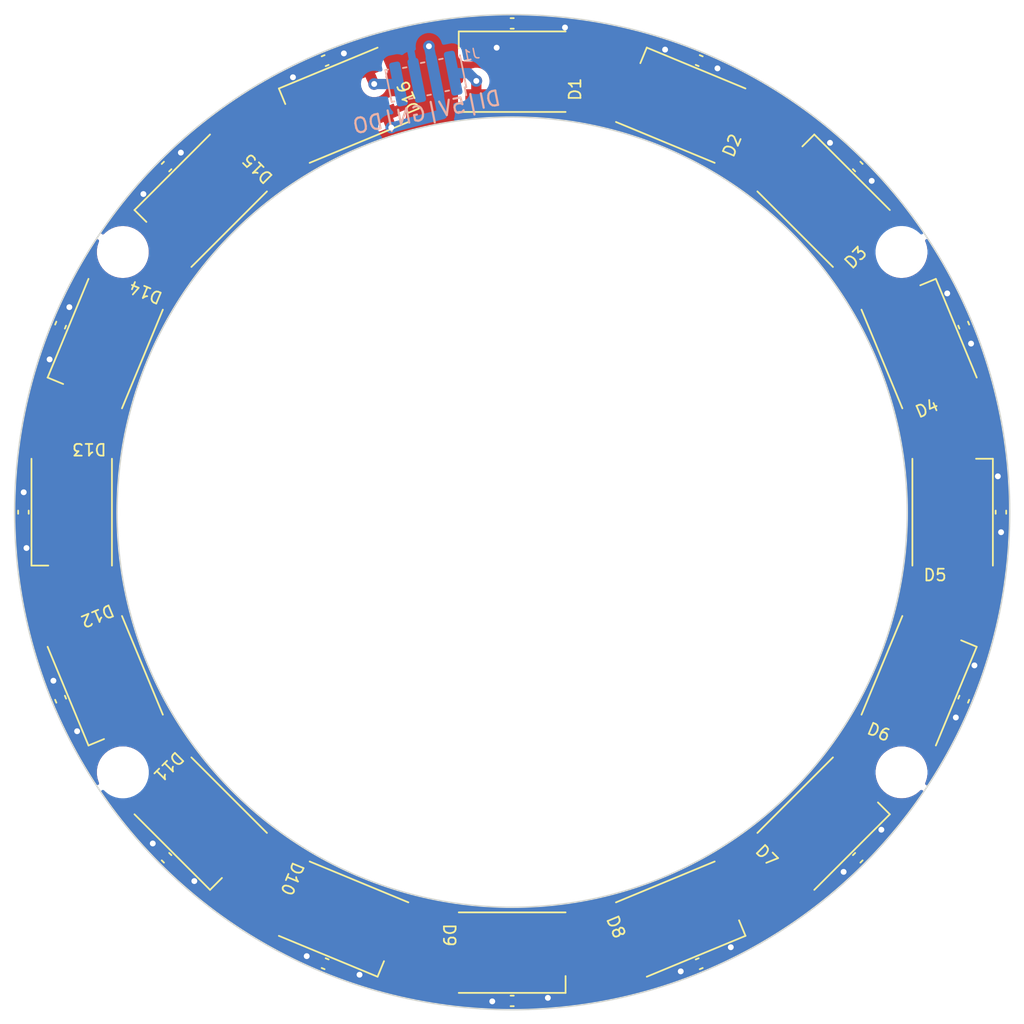
<source format=kicad_pcb>
(kicad_pcb (version 20221018) (generator pcbnew)
  (layers (0 "F.Cu" signal) (31 "B.Cu" signal) (34 "B.Paste" user) (35 "F.Paste" user) (36 "B.SilkS" user "B.Silkscreen") (37 "F.SilkS" user "F.Silkscreen") (38 "B.Mask" user) (39 "F.Mask" user) (44 "Edge.Cuts" user))
  (net 0 "")
  (net 1 "/VCC")
  (net 2 "Net-(D1-DOUT)")
  (net 3 "/GND")
  (net 4 "/DIN")
  (net 5 "Net-(D2-DOUT)")
  (net 6 "Net-(D3-DOUT)")
  (net 7 "Net-(D4-DOUT)")
  (net 8 "Net-(D5-DOUT)")
  (net 9 "Net-(D6-DOUT)")
  (net 10 "Net-(D7-DOUT)")
  (net 11 "Net-(D8-DOUT)")
  (net 12 "Net-(D10-DIN)")
  (net 13 "Net-(D10-DOUT)")
  (net 14 "Net-(D11-DOUT)")
  (net 15 "Net-(D12-DOUT)")
  (net 16 "Net-(D13-DOUT)")
  (net 17 "Net-(D14-DOUT)")
  (net 18 "Net-(D15-DOUT)")
  (net 19 "/DOUT")
  (footprint "LED_ring_16:LED_WS2812B_PLCC4_5.0x5.0mm_P3.2mm" (layer "F.Cu") (at 100 130.1)
    (fp_text reference "D9" (at -4.3 -1.2 -90 unlocked) (layer "F.SilkS") (effects (font (size 0.8 0.8) (thickness 0.12))))
    (fp_text value "WS2812B")
    (fp_line (start -3.65 -2.75) (end 3.65 -2.75) (stroke (width 0.12)) (layer "F.SilkS"))
    (fp_line (start -3.65 2.75) (end 3.65 2.75) (stroke (width 0.12)) (layer "F.SilkS"))
    (fp_line (start 3.65 2.75) (end 3.65 1.6) (stroke (width 0.12)) (layer "F.SilkS"))
    (pad "1" smd rect (at -2.45 -1.65) (size 1.5 0.9) (layers "F.Cu" "F.Paste" "F.Mask") (net 1 "/VCC"))
    (pad "2" smd rect (at -2.45 1.65) (size 1.5 0.9) (layers "F.Cu" "F.Paste" "F.Mask") (net 12 "Net-(D10-DIN)"))
    (pad "3" smd rect (at 2.45 1.65) (size 1.5 0.9) (layers "F.Cu" "F.Paste" "F.Mask") (net 3 "/GND"))
    (pad "4" smd rect (at 2.45 -1.65) (size 1.5 0.9) (layers "F.Cu" "F.Paste" "F.Mask") (net 11 "Net-(D8-DOUT)"))
  )
  (footprint "LED_ring_16:MountingHole_3mm" (layer "F.Cu") (at 73.392972 82.221752 56.25)
    (fp_text reference "H4" hide)
    (fp_text value "MountingHole")
    (pad "" np_thru_hole circle (at 0 0 56.25) (size 3.05 3.05) (drill 3.05) (layers "F&B.Cu" "*.Mask"))
  )
  (footprint "LED_ring_16:LED_WS2812B_PLCC4_5.0x5.0mm_P3.2mm" (layer "F.Cu") (at 121.283914 121.283914 45)
    (fp_text reference "D7" (at -4.3 -1.2 -45 unlocked) (layer "F.SilkS") (effects (font (size 0.8 0.8) (thickness 0.12))))
    (fp_text value "WS2812B")
    (fp_line (start -3.65 -2.75) (end 3.65 -2.75) (stroke (width 0.12)) (layer "F.SilkS"))
    (fp_line (start -3.65 2.75) (end 3.65 2.75) (stroke (width 0.12)) (layer "F.SilkS"))
    (fp_line (start 3.65 2.75) (end 3.65 1.6) (stroke (width 0.12)) (layer "F.SilkS"))
    (pad "1" smd rect (at -2.45 -1.65 45) (size 1.5 0.9) (layers "F.Cu" "F.Paste" "F.Mask") (net 1 "/VCC"))
    (pad "2" smd rect (at -2.45 1.65 45) (size 1.5 0.9) (layers "F.Cu" "F.Paste" "F.Mask") (net 10 "Net-(D7-DOUT)"))
    (pad "3" smd rect (at 2.45 1.65 45) (size 1.5 0.9) (layers "F.Cu" "F.Paste" "F.Mask") (net 3 "/GND"))
    (pad "4" smd rect (at 2.45 -1.65 45) (size 1.5 0.9) (layers "F.Cu" "F.Paste" "F.Mask") (net 9 "Net-(D6-DOUT)"))
  )
  (footprint "LED_ring_16:C_0402_1005Metric" (layer "F.Cu") (at 123.617366 123.617366 -135)
    (fp_text reference "C7" hide)
    (fp_text value "100nF")
    (fp_line (start -0.107836 -0.36) (end 0.107836 -0.36) (stroke (width 0.12)) (layer "F.SilkS"))
    (fp_line (start -0.107836 0.36) (end 0.107836 0.36) (stroke (width 0.12)) (layer "F.SilkS"))
    (pad "1" smd roundrect (at -0.48 0 225) (size 0.56 0.62) (layers "F.Cu" "F.Paste" "F.Mask") (net 1 "/VCC"))
    (pad "2" smd roundrect (at 0.48 0 225) (size 0.56 0.62) (layers "F.Cu" "F.Paste" "F.Mask") (net 3 "/GND"))
  )
  (footprint "LED_ring_16:LED_WS2812B_PLCC4_5.0x5.0mm_P3.2mm" (layer "F.Cu") (at 130.1 100 90)
    (fp_text reference "D5" (at -4.3 -1.2 unlocked) (layer "F.SilkS") (effects (font (size 0.8 0.8) (thickness 0.12))))
    (fp_text value "WS2812B")
    (fp_line (start -3.65 -2.75) (end 3.65 -2.75) (stroke (width 0.12)) (layer "F.SilkS"))
    (fp_line (start -3.65 2.75) (end 3.65 2.75) (stroke (width 0.12)) (layer "F.SilkS"))
    (fp_line (start 3.65 2.75) (end 3.65 1.6) (stroke (width 0.12)) (layer "F.SilkS"))
    (pad "1" smd rect (at -2.45 -1.65 90) (size 1.5 0.9) (layers "F.Cu" "F.Paste" "F.Mask") (net 1 "/VCC"))
    (pad "2" smd rect (at -2.45 1.65 90) (size 1.5 0.9) (layers "F.Cu" "F.Paste" "F.Mask") (net 8 "Net-(D5-DOUT)"))
    (pad "3" smd rect (at 2.45 1.65 90) (size 1.5 0.9) (layers "F.Cu" "F.Paste" "F.Mask") (net 3 "/GND"))
    (pad "4" smd rect (at 2.45 -1.65 90) (size 1.5 0.9) (layers "F.Cu" "F.Paste" "F.Mask") (net 7 "Net-(D4-DOUT)"))
  )
  (footprint "LED_ring_16:C_0402_1005Metric" (layer "F.Cu") (at 76.382633 123.617366 135)
    (fp_text reference "C11" hide)
    (fp_text value "100nF")
    (fp_line (start -0.107836 -0.36) (end 0.107836 -0.36) (stroke (width 0.12)) (layer "F.SilkS"))
    (fp_line (start -0.107836 0.36) (end 0.107836 0.36) (stroke (width 0.12)) (layer "F.SilkS"))
    (pad "1" smd roundrect (at -0.48 0 135) (size 0.56 0.62) (layers "F.Cu" "F.Paste" "F.Mask") (net 1 "/VCC"))
    (pad "2" smd roundrect (at 0.48 0 135) (size 0.56 0.62) (layers "F.Cu" "F.Paste" "F.Mask") (net 3 "/GND"))
  )
  (footprint "LED_ring_16:C_0402_1005Metric" (layer "F.Cu") (at 87.218373 69.142423 22.5)
    (fp_text reference "C16" hide)
    (fp_text value "100nF")
    (fp_line (start -0.107836 -0.36) (end 0.107836 -0.36) (stroke (width 0.12)) (layer "F.SilkS"))
    (fp_line (start -0.107836 0.36) (end 0.107836 0.36) (stroke (width 0.12)) (layer "F.SilkS"))
    (pad "1" smd roundrect (at -0.48 0 22.5) (size 0.56 0.62) (layers "F.Cu" "F.Paste" "F.Mask") (net 1 "/VCC"))
    (pad "2" smd roundrect (at 0.48 0 22.5) (size 0.56 0.62) (layers "F.Cu" "F.Paste" "F.Mask") (net 3 "/GND"))
  )
  (footprint "LED_ring_16:LED_WS2812B_PLCC4_5.0x5.0mm_P3.2mm" (layer "F.Cu") (at 111.518771 72.191226 157.5)
    (fp_text reference "D2" (at -4.3 -1.2 67.5 unlocked) (layer "F.SilkS") (effects (font (size 0.8 0.8) (thickness 0.12))))
    (fp_text value "WS2812B")
    (fp_line (start -3.65 -2.75) (end 3.65 -2.75) (stroke (width 0.12)) (layer "F.SilkS"))
    (fp_line (start -3.65 2.75) (end 3.65 2.75) (stroke (width 0.12)) (layer "F.SilkS"))
    (fp_line (start 3.65 2.75) (end 3.65 1.6) (stroke (width 0.12)) (layer "F.SilkS"))
    (pad "1" smd rect (at -2.45 -1.65 157.5) (size 1.5 0.9) (layers "F.Cu" "F.Paste" "F.Mask") (net 1 "/VCC"))
    (pad "2" smd rect (at -2.45 1.65 157.5) (size 1.5 0.9) (layers "F.Cu" "F.Paste" "F.Mask") (net 5 "Net-(D2-DOUT)"))
    (pad "3" smd rect (at 2.45 1.65 157.5) (size 1.5 0.9) (layers "F.Cu" "F.Paste" "F.Mask") (net 3 "/GND"))
    (pad "4" smd rect (at 2.45 -1.65 157.5) (size 1.5 0.9) (layers "F.Cu" "F.Paste" "F.Mask") (net 2 "Net-(D1-DOUT)"))
  )
  (footprint "LED_ring_16:LED_WS2812B_PLCC4_5.0x5.0mm_P3.2mm" (layer "F.Cu") (at 127.808773 88.481228 112.5)
    (fp_text reference "D4" (at -4.3 -1.2 22.5 unlocked) (layer "F.SilkS") (effects (font (size 0.8 0.8) (thickness 0.12))))
    (fp_text value "WS2812B")
    (fp_line (start -3.65 -2.75) (end 3.65 -2.75) (stroke (width 0.12)) (layer "F.SilkS"))
    (fp_line (start -3.65 2.75) (end 3.65 2.75) (stroke (width 0.12)) (layer "F.SilkS"))
    (fp_line (start 3.65 2.75) (end 3.65 1.6) (stroke (width 0.12)) (layer "F.SilkS"))
    (pad "1" smd rect (at -2.45 -1.65 112.5) (size 1.5 0.9) (layers "F.Cu" "F.Paste" "F.Mask") (net 1 "/VCC"))
    (pad "2" smd rect (at -2.45 1.65 112.5) (size 1.5 0.9) (layers "F.Cu" "F.Paste" "F.Mask") (net 7 "Net-(D4-DOUT)"))
    (pad "3" smd rect (at 2.45 1.65 112.5) (size 1.5 0.9) (layers "F.Cu" "F.Paste" "F.Mask") (net 3 "/GND"))
    (pad "4" smd rect (at 2.45 -1.65 112.5) (size 1.5 0.9) (layers "F.Cu" "F.Paste" "F.Mask") (net 6 "Net-(D3-DOUT)"))
  )
  (footprint "LED_ring_16:C_0402_1005Metric" (layer "F.Cu") (at 123.617366 76.382633 -45)
    (fp_text reference "C3" hide)
    (fp_text value "100nF")
    (fp_line (start -0.107836 -0.36) (end 0.107836 -0.36) (stroke (width 0.12)) (layer "F.SilkS"))
    (fp_line (start -0.107836 0.36) (end 0.107836 0.36) (stroke (width 0.12)) (layer "F.SilkS"))
    (pad "1" smd roundrect (at -0.48 0 315) (size 0.56 0.62) (layers "F.Cu" "F.Paste" "F.Mask") (net 1 "/VCC"))
    (pad "2" smd roundrect (at 0.48 0 315) (size 0.56 0.62) (layers "F.Cu" "F.Paste" "F.Mask") (net 3 "/GND"))
  )
  (footprint "LED_ring_16:LED_WS2812B_PLCC4_5.0x5.0mm_P3.2mm" (layer "F.Cu") (at 121.283914 78.716085 135)
    (fp_text reference "D3" (at -4.3 -1.2 45 unlocked) (layer "F.SilkS") (effects (font (size 0.8 0.8) (thickness 0.12))))
    (fp_text value "WS2812B")
    (fp_line (start -3.65 -2.75) (end 3.65 -2.75) (stroke (width 0.12)) (layer "F.SilkS"))
    (fp_line (start -3.65 2.75) (end 3.65 2.75) (stroke (width 0.12)) (layer "F.SilkS"))
    (fp_line (start 3.65 2.75) (end 3.65 1.6) (stroke (width 0.12)) (layer "F.SilkS"))
    (pad "1" smd rect (at -2.45 -1.65 135) (size 1.5 0.9) (layers "F.Cu" "F.Paste" "F.Mask") (net 1 "/VCC"))
    (pad "2" smd rect (at -2.45 1.65 135) (size 1.5 0.9) (layers "F.Cu" "F.Paste" "F.Mask") (net 6 "Net-(D3-DOUT)"))
    (pad "3" smd rect (at 2.45 1.65 135) (size 1.5 0.9) (layers "F.Cu" "F.Paste" "F.Mask") (net 3 "/GND"))
    (pad "4" smd rect (at 2.45 -1.65 135) (size 1.5 0.9) (layers "F.Cu" "F.Paste" "F.Mask") (net 5 "Net-(D2-DOUT)"))
  )
  (footprint "LED_ring_16:LED_WS2812B_PLCC4_5.0x5.0mm_P3.2mm" (layer "F.Cu") (at 100 69.9 180)
    (fp_text reference "D1" (at -4.3 -1.2 90 unlocked) (layer "F.SilkS") (effects (font (size 0.8 0.8) (thickness 0.12))))
    (fp_text value "WS2812B")
    (fp_line (start -3.65 -2.75) (end 3.65 -2.75) (stroke (width 0.12)) (layer "F.SilkS"))
    (fp_line (start -3.65 2.75) (end 3.65 2.75) (stroke (width 0.12)) (layer "F.SilkS"))
    (fp_line (start 3.65 2.75) (end 3.65 1.6) (stroke (width 0.12)) (layer "F.SilkS"))
    (pad "1" smd rect (at -2.45 -1.65 180) (size 1.5 0.9) (layers "F.Cu" "F.Paste" "F.Mask") (net 1 "/VCC"))
    (pad "2" smd rect (at -2.45 1.65 180) (size 1.5 0.9) (layers "F.Cu" "F.Paste" "F.Mask") (net 2 "Net-(D1-DOUT)"))
    (pad "3" smd rect (at 2.45 1.65 180) (size 1.5 0.9) (layers "F.Cu" "F.Paste" "F.Mask") (net 3 "/GND"))
    (pad "4" smd rect (at 2.45 -1.65 180) (size 1.5 0.9) (layers "F.Cu" "F.Paste" "F.Mask") (net 4 "/DIN"))
  )
  (footprint "LED_ring_16:LED_WS2812B_PLCC4_5.0x5.0mm_P3.2mm" (layer "F.Cu") (at 127.808773 111.518771 67.5)
    (fp_text reference "D6" (at -4.3 -1.2 -22.5 unlocked) (layer "F.SilkS") (effects (font (size 0.8 0.8) (thickness 0.12))))
    (fp_text value "WS2812B")
    (fp_line (start -3.65 -2.75) (end 3.65 -2.75) (stroke (width 0.12)) (layer "F.SilkS"))
    (fp_line (start -3.65 2.75) (end 3.65 2.75) (stroke (width 0.12)) (layer "F.SilkS"))
    (fp_line (start 3.65 2.75) (end 3.65 1.6) (stroke (width 0.12)) (layer "F.SilkS"))
    (pad "1" smd rect (at -2.45 -1.65 67.5) (size 1.5 0.9) (layers "F.Cu" "F.Paste" "F.Mask") (net 1 "/VCC"))
    (pad "2" smd rect (at -2.45 1.65 67.5) (size 1.5 0.9) (layers "F.Cu" "F.Paste" "F.Mask") (net 9 "Net-(D6-DOUT)"))
    (pad "3" smd rect (at 2.45 1.65 67.5) (size 1.5 0.9) (layers "F.Cu" "F.Paste" "F.Mask") (net 3 "/GND"))
    (pad "4" smd rect (at 2.45 -1.65 67.5) (size 1.5 0.9) (layers "F.Cu" "F.Paste" "F.Mask") (net 8 "Net-(D5-DOUT)"))
  )
  (footprint "LED_ring_16:C_0402_1005Metric" (layer "F.Cu") (at 100 133.4 180)
    (fp_text reference "C9" hide)
    (fp_text value "100nF")
    (fp_line (start -0.107836 -0.36) (end 0.107836 -0.36) (stroke (width 0.12)) (layer "F.SilkS"))
    (fp_line (start -0.107836 0.36) (end 0.107836 0.36) (stroke (width 0.12)) (layer "F.SilkS"))
    (pad "1" smd roundrect (at -0.48 0 180) (size 0.56 0.62) (layers "F.Cu" "F.Paste" "F.Mask") (net 1 "/VCC"))
    (pad "2" smd roundrect (at 0.48 0 180) (size 0.56 0.62) (layers "F.Cu" "F.Paste" "F.Mask") (net 3 "/GND"))
  )
  (footprint "LED_ring_16:MountingHole_3mm" (layer "F.Cu") (at 73.392971 117.778247 123.75)
    (fp_text reference "H3" hide)
    (fp_text value "MountingHole")
    (pad "" np_thru_hole circle (at 0 0 123.75) (size 3.05 3.05) (drill 3.05) (layers "F&B.Cu" "*.Mask"))
  )
  (footprint "LED_ring_16:LED_WS2812B_PLCC4_5.0x5.0mm_P3.2mm" (layer "F.Cu") (at 88.481228 127.808773 -22.5)
    (fp_text reference "D10" (at -4.3 -1.2 -112.5 unlocked) (layer "F.SilkS") (effects (font (size 0.8 0.8) (thickness 0.12))))
    (fp_text value "WS2812B")
    (fp_line (start -3.65 -2.75) (end 3.65 -2.75) (stroke (width 0.12)) (layer "F.SilkS"))
    (fp_line (start -3.65 2.75) (end 3.65 2.75) (stroke (width 0.12)) (layer "F.SilkS"))
    (fp_line (start 3.65 2.75) (end 3.65 1.6) (stroke (width 0.12)) (layer "F.SilkS"))
    (pad "1" smd rect (at -2.45 -1.65 337.5) (size 1.5 0.9) (layers "F.Cu" "F.Paste" "F.Mask") (net 1 "/VCC"))
    (pad "2" smd rect (at -2.45 1.65 337.5) (size 1.5 0.9) (layers "F.Cu" "F.Paste" "F.Mask") (net 13 "Net-(D10-DOUT)"))
    (pad "3" smd rect (at 2.45 1.65 337.5) (size 1.5 0.9) (layers "F.Cu" "F.Paste" "F.Mask") (net 3 "/GND"))
    (pad "4" smd rect (at 2.45 -1.65 337.5) (size 1.5 0.9) (layers "F.Cu" "F.Paste" "F.Mask") (net 12 "Net-(D10-DIN)"))
  )
  (footprint "LED_ring_16:C_0402_1005Metric" (layer "F.Cu") (at 66.6 100 90)
    (fp_text reference "C13" hide)
    (fp_text value "100nF")
    (fp_line (start -0.107836 -0.36) (end 0.107836 -0.36) (stroke (width 0.12)) (layer "F.SilkS"))
    (fp_line (start -0.107836 0.36) (end 0.107836 0.36) (stroke (width 0.12)) (layer "F.SilkS"))
    (pad "1" smd roundrect (at -0.48 0 90) (size 0.56 0.62) (layers "F.Cu" "F.Paste" "F.Mask") (net 1 "/VCC"))
    (pad "2" smd roundrect (at 0.48 0 90) (size 0.56 0.62) (layers "F.Cu" "F.Paste" "F.Mask") (net 3 "/GND"))
  )
  (footprint "LED_ring_16:LED_WS2812B_PLCC4_5.0x5.0mm_P3.2mm" (layer "F.Cu") (at 78.716085 78.716085 -135)
    (fp_text reference "D15" (at -4.3 -1.2 -225 unlocked) (layer "F.SilkS") (effects (font (size 0.8 0.8) (thickness 0.12))))
    (fp_text value "WS2812B")
    (fp_line (start -3.65 -2.75) (end 3.65 -2.75) (stroke (width 0.12)) (layer "F.SilkS"))
    (fp_line (start -3.65 2.75) (end 3.65 2.75) (stroke (width 0.12)) (layer "F.SilkS"))
    (fp_line (start 3.65 2.75) (end 3.65 1.6) (stroke (width 0.12)) (layer "F.SilkS"))
    (pad "1" smd rect (at -2.45 -1.65 225) (size 1.5 0.9) (layers "F.Cu" "F.Paste" "F.Mask") (net 1 "/VCC"))
    (pad "2" smd rect (at -2.45 1.65 225) (size 1.5 0.9) (layers "F.Cu" "F.Paste" "F.Mask") (net 18 "Net-(D15-DOUT)"))
    (pad "3" smd rect (at 2.45 1.65 225) (size 1.5 0.9) (layers "F.Cu" "F.Paste" "F.Mask") (net 3 "/GND"))
    (pad "4" smd rect (at 2.45 -1.65 225) (size 1.5 0.9) (layers "F.Cu" "F.Paste" "F.Mask") (net 17 "Net-(D14-DOUT)"))
  )
  (footprint "LED_ring_16:C_0402_1005Metric" (layer "F.Cu") (at 133.4 100 -90)
    (fp_text reference "C5" hide)
    (fp_text value "100nF")
    (fp_line (start -0.107836 -0.36) (end 0.107836 -0.36) (stroke (width 0.12)) (layer "F.SilkS"))
    (fp_line (start -0.107836 0.36) (end 0.107836 0.36) (stroke (width 0.12)) (layer "F.SilkS"))
    (pad "1" smd roundrect (at -0.48 0 270) (size 0.56 0.62) (layers "F.Cu" "F.Paste" "F.Mask") (net 1 "/VCC"))
    (pad "2" smd roundrect (at 0.48 0 270) (size 0.56 0.62) (layers "F.Cu" "F.Paste" "F.Mask") (net 3 "/GND"))
  )
  (footprint "LED_ring_16:C_0402_1005Metric" (layer "F.Cu") (at 76.382633 76.382633 45)
    (fp_text reference "C15" hide)
    (fp_text value "100nF")
    (fp_line (start -0.107836 -0.36) (end 0.107836 -0.36) (stroke (width 0.12)) (layer "F.SilkS"))
    (fp_line (start -0.107836 0.36) (end 0.107836 0.36) (stroke (width 0.12)) (layer "F.SilkS"))
    (pad "1" smd roundrect (at -0.48 0 45) (size 0.56 0.62) (layers "F.Cu" "F.Paste" "F.Mask") (net 1 "/VCC"))
    (pad "2" smd roundrect (at 0.48 0 45) (size 0.56 0.62) (layers "F.Cu" "F.Paste" "F.Mask") (net 3 "/GND"))
  )
  (footprint "LED_ring_16:LED_WS2812B_PLCC4_5.0x5.0mm_P3.2mm" (layer "F.Cu") (at 72.191226 111.518771 -67.5)
    (fp_text reference "D12" (at -4.3 -1.2 -157.5 unlocked) (layer "F.SilkS") (effects (font (size 0.8 0.8) (thickness 0.12))))
    (fp_text value "WS2812B")
    (fp_line (start -3.65 -2.75) (end 3.65 -2.75) (stroke (width 0.12)) (layer "F.SilkS"))
    (fp_line (start -3.65 2.75) (end 3.65 2.75) (stroke (width 0.12)) (layer "F.SilkS"))
    (fp_line (start 3.65 2.75) (end 3.65 1.6) (stroke (width 0.12)) (layer "F.SilkS"))
    (pad "1" smd rect (at -2.45 -1.65 292.5) (size 1.5 0.9) (layers "F.Cu" "F.Paste" "F.Mask") (net 1 "/VCC"))
    (pad "2" smd rect (at -2.45 1.65 292.5) (size 1.5 0.9) (layers "F.Cu" "F.Paste" "F.Mask") (net 15 "Net-(D12-DOUT)"))
    (pad "3" smd rect (at 2.45 1.65 292.5) (size 1.5 0.9) (layers "F.Cu" "F.Paste" "F.Mask") (net 3 "/GND"))
    (pad "4" smd rect (at 2.45 -1.65 292.5) (size 1.5 0.9) (layers "F.Cu" "F.Paste" "F.Mask") (net 14 "Net-(D11-DOUT)"))
  )
  (footprint "LED_ring_16:LED_WS2812B_PLCC4_5.0x5.0mm_P3.2mm" (layer "F.Cu") (at 88.481228 72.191226 -157.5)
    (fp_text reference "D16" (at -4.3 -1.2 -247.5 unlocked) (layer "F.SilkS") (effects (font (size 0.8 0.8) (thickness 0.12))))
    (fp_text value "WS2812B")
    (fp_line (start -3.65 -2.75) (end 3.65 -2.75) (stroke (width 0.12)) (layer "F.SilkS"))
    (fp_line (start -3.65 2.75) (end 3.65 2.75) (stroke (width 0.12)) (layer "F.SilkS"))
    (fp_line (start 3.65 2.75) (end 3.65 1.6) (stroke (width 0.12)) (layer "F.SilkS"))
    (pad "1" smd rect (at -2.45 -1.65 202.5) (size 1.5 0.9) (layers "F.Cu" "F.Paste" "F.Mask") (net 1 "/VCC"))
    (pad "2" smd rect (at -2.45 1.65 202.5) (size 1.5 0.9) (layers "F.Cu" "F.Paste" "F.Mask") (net 19 "/DOUT"))
    (pad "3" smd rect (at 2.45 1.65 202.5) (size 1.5 0.9) (layers "F.Cu" "F.Paste" "F.Mask") (net 3 "/GND"))
    (pad "4" smd rect (at 2.45 -1.65 202.5) (size 1.5 0.9) (layers "F.Cu" "F.Paste" "F.Mask") (net 18 "Net-(D15-DOUT)"))
  )
  (footprint "LED_ring_16:C_0402_1005Metric" (layer "F.Cu") (at 130.857576 112.781626 -112.5)
    (fp_text reference "C6" hide)
    (fp_text value "100nF")
    (fp_line (start -0.107836 -0.36) (end 0.107836 -0.36) (stroke (width 0.12)) (layer "F.SilkS"))
    (fp_line (start -0.107836 0.36) (end 0.107836 0.36) (stroke (width 0.12)) (layer "F.SilkS"))
    (pad "1" smd roundrect (at -0.48 0 247.5) (size 0.56 0.62) (layers "F.Cu" "F.Paste" "F.Mask") (net 1 "/VCC"))
    (pad "2" smd roundrect (at 0.48 0 247.5) (size 0.56 0.62) (layers "F.Cu" "F.Paste" "F.Mask") (net 3 "/GND"))
  )
  (footprint "LED_ring_16:C_0402_1005Metric" (layer "F.Cu") (at 69.142423 87.218373 67.5)
    (fp_text reference "C14" hide)
    (fp_text value "100nF")
    (fp_line (start -0.107836 -0.36) (end 0.107836 -0.36) (stroke (width 0.12)) (layer "F.SilkS"))
    (fp_line (start -0.107836 0.36) (end 0.107836 0.36) (stroke (width 0.12)) (layer "F.SilkS"))
    (pad "1" smd roundrect (at -0.48 0 67.5) (size 0.56 0.62) (layers "F.Cu" "F.Paste" "F.Mask") (net 1 "/VCC"))
    (pad "2" smd roundrect (at 0.48 0 67.5) (size 0.56 0.62) (layers "F.Cu" "F.Paste" "F.Mask") (net 3 "/GND"))
  )
  (footprint "LED_ring_16:C_0402_1005Metric" (layer "F.Cu") (at 130.857576 87.218373 -67.5)
    (fp_text reference "C4" hide)
    (fp_text value "100nF")
    (fp_line (start -0.107836 -0.36) (end 0.107836 -0.36) (stroke (width 0.12)) (layer "F.SilkS"))
    (fp_line (start -0.107836 0.36) (end 0.107836 0.36) (stroke (width 0.12)) (layer "F.SilkS"))
    (pad "1" smd roundrect (at -0.48 0 292.5) (size 0.56 0.62) (layers "F.Cu" "F.Paste" "F.Mask") (net 1 "/VCC"))
    (pad "2" smd roundrect (at 0.48 0 292.5) (size 0.56 0.62) (layers "F.Cu" "F.Paste" "F.Mask") (net 3 "/GND"))
  )
  (footprint "LED_ring_16:LED_WS2812B_PLCC4_5.0x5.0mm_P3.2mm" (layer "F.Cu") (at 111.518771 127.808773 22.5)
    (fp_text reference "D8" (at -4.3 -1.2 -67.5 unlocked) (layer "F.SilkS") (effects (font (size 0.8 0.8) (thickness 0.12))))
    (fp_text value "WS2812B")
    (fp_line (start -3.65 -2.75) (end 3.65 -2.75) (stroke (width 0.12)) (layer "F.SilkS"))
    (fp_line (start -3.65 2.75) (end 3.65 2.75) (stroke (width 0.12)) (layer "F.SilkS"))
    (fp_line (start 3.65 2.75) (end 3.65 1.6) (stroke (width 0.12)) (layer "F.SilkS"))
    (pad "1" smd rect (at -2.45 -1.65 22.5) (size 1.5 0.9) (layers "F.Cu" "F.Paste" "F.Mask") (net 1 "/VCC"))
    (pad "2" smd rect (at -2.45 1.65 22.5) (size 1.5 0.9) (layers "F.Cu" "F.Paste" "F.Mask") (net 11 "Net-(D8-DOUT)"))
    (pad "3" smd rect (at 2.45 1.65 22.5) (size 1.5 0.9) (layers "F.Cu" "F.Paste" "F.Mask") (net 3 "/GND"))
    (pad "4" smd rect (at 2.45 -1.65 22.5) (size 1.5 0.9) (layers "F.Cu" "F.Paste" "F.Mask") (net 10 "Net-(D7-DOUT)"))
  )
  (footprint "LED_ring_16:MountingHole_3mm" (layer "F.Cu") (at 126.607029 82.221753 -56.25)
    (fp_text reference "H1" hide)
    (fp_text value "MountingHole")
    (pad "" np_thru_hole circle (at 0 0 303.75) (size 3.05 3.05) (drill 3.05) (layers "F&B.Cu" "*.Mask"))
  )
  (footprint "LED_ring_16:MountingHole_3mm" (layer "F.Cu") (at 126.607028 117.778248 -123.75)
    (fp_text reference "H2" hide)
    (fp_text value "MountingHole")
    (pad "" np_thru_hole circle (at 0 0 236.25) (size 3.05 3.05) (drill 3.05) (layers "F&B.Cu" "*.Mask"))
  )
  (footprint "LED_ring_16:LED_WS2812B_PLCC4_5.0x5.0mm_P3.2mm" (layer "F.Cu") (at 78.716085 121.283914 -45)
    (fp_text reference "D11" (at -4.3 -1.2 -135 unlocked) (layer "F.SilkS") (effects (font (size 0.8 0.8) (thickness 0.12))))
    (fp_text value "WS2812B")
    (fp_line (start -3.65 -2.75) (end 3.65 -2.75) (stroke (width 0.12)) (layer "F.SilkS"))
    (fp_line (start -3.65 2.75) (end 3.65 2.75) (stroke (width 0.12)) (layer "F.SilkS"))
    (fp_line (start 3.65 2.75) (end 3.65 1.6) (stroke (width 0.12)) (layer "F.SilkS"))
    (pad "1" smd rect (at -2.45 -1.65 315) (size 1.5 0.9) (layers "F.Cu" "F.Paste" "F.Mask") (net 1 "/VCC"))
    (pad "2" smd rect (at -2.45 1.65 315) (size 1.5 0.9) (layers "F.Cu" "F.Paste" "F.Mask") (net 14 "Net-(D11-DOUT)"))
    (pad "3" smd rect (at 2.45 1.65 315) (size 1.5 0.9) (layers "F.Cu" "F.Paste" "F.Mask") (net 3 "/GND"))
    (pad "4" smd rect (at 2.45 -1.65 315) (size 1.5 0.9) (layers "F.Cu" "F.Paste" "F.Mask") (net 13 "Net-(D10-DOUT)"))
  )
  (footprint "LED_ring_16:C_0402_1005Metric" (layer "F.Cu") (at 112.781626 69.142423 -22.5)
    (fp_text reference "C2" hide)
    (fp_text value "100nF")
    (fp_line (start -0.107836 -0.36) (end 0.107836 -0.36) (stroke (width 0.12)) (layer "F.SilkS"))
    (fp_line (start -0.107836 0.36) (end 0.107836 0.36) (stroke (width 0.12)) (layer "F.SilkS"))
    (pad "1" smd roundrect (at -0.48 0 337.5) (size 0.56 0.62) (layers "F.Cu" "F.Paste" "F.Mask") (net 1 "/VCC"))
    (pad "2" smd roundrect (at 0.48 0 337.5) (size 0.56 0.62) (layers "F.Cu" "F.Paste" "F.Mask") (net 3 "/GND"))
  )
  (footprint "LED_ring_16:LED_WS2812B_PLCC4_5.0x5.0mm_P3.2mm" (layer "F.Cu") (at 72.191226 88.481228 -112.5)
    (fp_text reference "D14" (at -4.3 -1.2 -202.5 unlocked) (layer "F.SilkS") (effects (font (size 0.8 0.8) (thickness 0.12))))
    (fp_text value "WS2812B")
    (fp_line (start -3.65 -2.75) (end 3.65 -2.75) (stroke (width 0.12)) (layer "F.SilkS"))
    (fp_line (start -3.65 2.75) (end 3.65 2.75) (stroke (width 0.12)) (layer "F.SilkS"))
    (fp_line (start 3.65 2.75) (end 3.65 1.6) (stroke (width 0.12)) (layer "F.SilkS"))
    (pad "1" smd rect (at -2.45 -1.65 247.5) (size 1.5 0.9) (layers "F.Cu" "F.Paste" "F.Mask") (net 1 "/VCC"))
    (pad "2" smd rect (at -2.45 1.65 247.5) (size 1.5 0.9) (layers "F.Cu" "F.Paste" "F.Mask") (net 17 "Net-(D14-DOUT)"))
    (pad "3" smd rect (at 2.45 1.65 247.5) (size 1.5 0.9) (layers "F.Cu" "F.Paste" "F.Mask") (net 3 "/GND"))
    (pad "4" smd rect (at 2.45 -1.65 247.5) (size 1.5 0.9) (layers "F.Cu" "F.Paste" "F.Mask") (net 16 "Net-(D13-DOUT)"))
  )
  (footprint "LED_ring_16:LED_WS2812B_PLCC4_5.0x5.0mm_P3.2mm" (layer "F.Cu") (at 69.9 100 -90)
    (fp_text reference "D13" (at -4.3 -1.2 -180 unlocked) (layer "F.SilkS") (effects (font (size 0.8 0.8) (thickness 0.12))))
    (fp_text value "WS2812B")
    (fp_line (start -3.65 -2.75) (end 3.65 -2.75) (stroke (width 0.12)) (layer "F.SilkS"))
    (fp_line (start -3.65 2.75) (end 3.65 2.75) (stroke (width 0.12)) (layer "F.SilkS"))
    (fp_line (start 3.65 2.75) (end 3.65 1.6) (stroke (width 0.12)) (layer "F.SilkS"))
    (pad "1" smd rect (at -2.45 -1.65 270) (size 1.5 0.9) (layers "F.Cu" "F.Paste" "F.Mask") (net 1 "/VCC"))
    (pad "2" smd rect (at -2.45 1.65 270) (size 1.5 0.9) (layers "F.Cu" "F.Paste" "F.Mask") (net 16 "Net-(D13-DOUT)"))
    (pad "3" smd rect (at 2.45 1.65 270) (size 1.5 0.9) (layers "F.Cu" "F.Paste" "F.Mask") (net 3 "/GND"))
    (pad "4" smd rect (at 2.45 -1.65 270) (size 1.5 0.9) (layers "F.Cu" "F.Paste" "F.Mask") (net 15 "Net-(D12-DOUT)"))
  )
  (footprint "LED_ring_16:C_0402_1005Metric" (layer "F.Cu") (at 87.218373 130.857576 157.5)
    (fp_text reference "C10" hide)
    (fp_text value "100nF")
    (fp_line (start -0.107836 -0.36) (end 0.107836 -0.36) (stroke (width 0.12)) (layer "F.SilkS"))
    (fp_line (start -0.107836 0.36) (end 0.107836 0.36) (stroke (width 0.12)) (layer "F.SilkS"))
    (pad "1" smd roundrect (at -0.48 0 157.5) (size 0.56 0.62) (layers "F.Cu" "F.Paste" "F.Mask") (net 1 "/VCC"))
    (pad "2" smd roundrect (at 0.48 0 157.5) (size 0.56 0.62) (layers "F.Cu" "F.Paste" "F.Mask") (net 3 "/GND"))
  )
  (footprint "LED_ring_16:C_0402_1005Metric" (layer "F.Cu") (at 112.781626 130.857576 -157.5)
    (fp_text reference "C8" hide)
    (fp_text value "100nF")
    (fp_line (start -0.107836 -0.36) (end 0.107836 -0.36) (stroke (width 0.12)) (layer "F.SilkS"))
    (fp_line (start -0.107836 0.36) (end 0.107836 0.36) (stroke (width 0.12)) (layer "F.SilkS"))
    (pad "1" smd roundrect (at -0.48 0 202.5) (size 0.56 0.62) (layers "F.Cu" "F.Paste" "F.Mask") (net 1 "/VCC"))
    (pad "2" smd roundrect (at 0.48 0 202.5) (size 0.56 0.62) (layers "F.Cu" "F.Paste" "F.Mask") (net 3 "/GND"))
  )
  (footprint "LED_ring_16:C_0402_1005Metric" (layer "F.Cu") (at 69.142423 112.781626 112.5)
    (fp_text reference "C12" hide)
    (fp_text value "100nF")
    (fp_line (start -0.107836 -0.36) (end 0.107836 -0.36) (stroke (width 0.12)) (layer "F.SilkS"))
    (fp_line (start -0.107836 0.36) (end 0.107836 0.36) (stroke (width 0.12)) (layer "F.SilkS"))
    (pad "1" smd roundrect (at -0.48 0 112.5) (size 0.56 0.62) (layers "F.Cu" "F.Paste" "F.Mask") (net 1 "/VCC"))
    (pad "2" smd roundrect (at 0.48 0 112.5) (size 0.56 0.62) (layers "F.Cu" "F.Paste" "F.Mask") (net 3 "/GND"))
  )
  (footprint "LED_ring_16:C_0402_1005Metric" (layer "F.Cu") (at 100 66.6)
    (fp_text reference "C1" hide)
    (fp_text value "100nF")
    (fp_line (start -0.107836 -0.36) (end 0.107836 -0.36) (stroke (width 0.12)) (layer "F.SilkS"))
    (fp_line (start -0.107836 0.36) (end 0.107836 0.36) (stroke (width 0.12)) (layer "F.SilkS"))
    (pad "1" smd roundrect (at -0.48 0) (size 0.56 0.62) (layers "F.Cu" "F.Paste" "F.Mask") (net 1 "/VCC"))
    (pad "2" smd roundrect (at 0.48 0) (size 0.56 0.62) (layers "F.Cu" "F.Paste" "F.Mask") (net 3 "/GND"))
  )
  (footprint "LED_ring_16:PinHeader_1x04_P1.27mm_Vertical_SMD_Pin1Left" (layer "B.Cu") (at 94.1 70.37 101.25)
    (fp_text reference "J1" (at 1.01 3.34 11.25) (layer "B.SilkS") (effects (font (size 0.7 0.7) (thickness 0.1)) (justify mirror)))
    (fp_text value "IN")
    (fp_text user "DI|5V|GN|DO" (at -2.267512 -0.389861 11.25 unlocked) (layer "B.SilkS") (effects (justify mirror)))
    (fp_line (start -1.143 -1.143) (end -1.143 -1.397) (stroke (width 0.12)) (layer "B.SilkS"))
    (fp_line (start -1.143 0.127) (end -1.143 -0.127) (stroke (width 0.12)) (layer "B.SilkS"))
    (fp_line (start -1.11 -2.6) (end 1.11 -2.6) (stroke (width 0.12)) (layer "B.SilkS"))
    (fp_line (start -1.11 -2.413) (end -1.11 -2.59) (stroke (width 0.12)) (layer "B.SilkS"))
    (fp_line (start -1.11 1.397) (end -1.11 1.143) (stroke (width 0.12)) (layer "B.SilkS"))
    (fp_line (start -1.11 2.49) (end -1.651 2.49) (stroke (width 0.12)) (layer "B.SilkS"))
    (fp_line (start -1.11 2.6) (end -1.11 2.49) (stroke (width 0.12)) (layer "B.SilkS"))
    (fp_line (start -1.11 2.6) (end 1.11 2.6) (stroke (width 0.12)) (layer "B.SilkS"))
    (fp_line (start 1.016 -1.143) (end 1.016 -1.397) (stroke (width 0.12)) (layer "B.SilkS"))
    (fp_line (start 1.11 -2.413) (end 1.11 -2.6) (stroke (width 0.12)) (layer "B.SilkS"))
    (fp_line (start 1.11 0.127) (end 1.11 -0.127) (stroke (width 0.12)) (layer "B.SilkS"))
    (fp_line (start 1.11 1.397) (end 1.11 1.143) (stroke (width 0.12)) (layer "B.SilkS"))
    (pad "1" smd roundrect (at 0 1.905 281.25) (size 3.048 0.762) (layers "B.Cu" "B.Paste" "B.Mask") (net 4 "/DIN"))
    (pad "2" smd roundrect (at 0 0.635 281.25) (size 3.048 0.762) (layers "B.Cu" "B.Paste" "B.Mask") (net 1 "/VCC"))
    (pad "3" smd roundrect (at 0 -0.635 281.25) (size 3.048 0.762) (layers "B.Cu" "B.Paste" "B.Mask") (net 3 "/GND"))
    (pad "4" smd roundrect (at 0 -1.905 281.25) (size 3.048 0.762) (layers "B.Cu" "B.Paste" "B.Mask") (net 19 "/DOUT"))
  )
  (gr_circle (center 100 100) (end 127 100) (stroke (width 0.1)) (fill none) (layer "Edge.Cuts"))
  (gr_circle (center 100 100) (end 134 100) (stroke (width 0.1)) (fill none) (layer "Edge.Cuts"))
  (segment (start 94.31 67.16) (end 98.41 66.6) (width 0.7) (layer "F.Cu") (net 1))
  (segment (start 98.41 66.6) (end 99.52 66.6) (width 0.7) (layer "F.Cu") (net 1))
  (segment (start 91.74 73.72) (end 91.376161 72.778053) (width 0.7) (layer "F.Cu") (net 1))
  (segment (start 94.31 68.16) (end 94.31 67.16) (width 0.7) (layer "F.Cu") (net 1))
  (via (at 94.31 68.16) (size 0.8) (drill 0.4) (layers "F.Cu" "B.Cu") (net 1))
  (via (at 91.74 73.72) (size 0.8) (drill 0.4) (layers "F.Cu" "B.Cu") (net 1))
  (segment (start 94.722799 70.246118) (end 95.23 72.8) (width 0.7) (layer "B.Cu") (net 1))
  (segment (start 95.23 72.8) (end 91.74 73.72) (width 0.7) (layer "B.Cu") (net 1))
  (segment (start 94.722799 70.246118) (end 94.31 68.16) (width 0.7) (layer "B.Cu") (net 1))
  (segment (start 104.095785 68.25) (end 108.623838 72.778053) (width 0.25) (layer "F.Cu") (net 2))
  (segment (start 102.45 68.25) (end 104.095785 68.25) (width 0.25) (layer "F.Cu") (net 2))
  (segment (start 76.043222 123.277955) (end 75.44 122.64) (width 0.7) (layer "F.Cu") (net 3))
  (segment (start 114.413704 128.3956) (end 114.94 129.73) (width 0.7) (layer "F.Cu") (net 3))
  (segment (start 75.816947 79.28177) (end 74.8 78.26) (width 0.7) (layer "F.Cu") (net 3))
  (segment (start 79.28177 124.183052) (end 78.28 125.21) (width 0.7) (layer "F.Cu") (net 3))
  (segment (start 113.225088 69.326111) (end 114.03 69.67) (width 0.7) (layer "F.Cu") (net 3))
  (segment (start 76.722044 76.043222) (end 77.36 75.43) (width 0.7) (layer "F.Cu") (net 3))
  (segment (start 88.5 68.65) (end 87.661835 68.958735) (width 0.7) (layer "F.Cu") (net 3))
  (segment (start 133.4 100.48) (end 133.41 101.37) (width 0.7) (layer "F.Cu") (net 3))
  (segment (start 131.041264 87.661835) (end 131.36 88.48) (width 0.7) (layer "F.Cu") (net 3))
  (segment (start 124.183052 120.718229) (end 125.23 121.7) (width 0.7) (layer "F.Cu") (net 3))
  (segment (start 112.338164 131.041264) (end 111.52 131.38) (width 0.7) (layer "F.Cu") (net 3))
  (segment (start 100.76 66.88) (end 103.61 66.88) (width 0.7) (layer "F.Cu") (net 3))
  (segment (start 86.774911 130.673888) (end 85.96 130.34) (width 0.7) (layer "F.Cu") (net 3))
  (segment (start 69.72925 90.113305) (end 68.39 89.56) (width 0.7) (layer "F.Cu") (net 3))
  (segment (start 90.113305 130.270749) (end 89.57 131.61) (width 0.7) (layer "F.Cu") (net 3))
  (segment (start 131.75 97.55) (end 133.19 97.55) (width 0.7) (layer "F.Cu") (net 3))
  (segment (start 109.886694 69.72925) (end 110.45 68.39) (width 0.7) (layer "F.Cu") (net 3))
  (segment (start 68.25 102.45) (end 66.81 102.45) (width 0.7) (layer "F.Cu") (net 3))
  (segment (start 66.6 99.52) (end 66.62 98.64) (width 0.7) (layer "F.Cu") (net 3))
  (segment (start 102.45 131.75) (end 102.44 133.19) (width 0.7) (layer "F.Cu") (net 3))
  (segment (start 100.48 66.6) (end 100.76 66.88) (width 0.7) (layer "F.Cu") (net 3))
  (segment (start 130.270749 109.886694) (end 131.59 110.47) (width 0.7) (layer "F.Cu") (net 3))
  (segment (start 123.956777 76.722044) (end 124.57 77.36) (width 0.7) (layer "F.Cu") (net 3))
  (segment (start 97.55 68.25) (end 98.94 68.26) (width 0.7) (layer "F.Cu") (net 3))
  (segment (start 69.326111 86.774911) (end 69.74 85.99) (width 0.7) (layer "F.Cu") (net 3))
  (segment (start 130.673888 113.225088) (end 130.32 114.03) (width 0.7) (layer "F.Cu") (net 3))
  (segment (start 71.604399 114.413704) (end 70.27 114.97) (width 0.7) (layer "F.Cu") (net 3))
  (segment (start 123.277955 123.956777) (end 122.65 124.58) (width 0.7) (layer "F.Cu") (net 3))
  (segment (start 120.718229 75.816947) (end 121.72 74.76) (width 0.7) (layer "F.Cu") (net 3))
  (segment (start 85.586295 71.604399) (end 85.02 70.28) (width 0.7) (layer "F.Cu") (net 3))
  (segment (start 68.958735 112.338164) (end 68.65 111.52) (width 0.7) (layer "F.Cu") (net 3))
  (segment (start 99.52 133.4) (end 98.64 133.43) (width 0.7) (layer "F.Cu") (net 3))
  (segment (start 128.3956 85.586295) (end 129.73 85.05) (width 0.7) (layer "F.Cu") (net 3))
  (via (at 68.39 89.56) (size 0.8) (drill 0.4) (layers "F.Cu" "B.Cu") (net 3))
  (via (at 130.32 114.03) (size 0.8) (drill 0.4) (layers "F.Cu" "B.Cu") (net 3))
  (via (at 89.57 131.61) (size 0.8) (drill 0.4) (layers "F.Cu" "B.Cu") (net 3))
  (via (at 125.23 121.7) (size 0.8) (drill 0.4) (layers "F.Cu" "B.Cu") (net 3))
  (via (at 78.28 125.21) (size 0.8) (drill 0.4) (layers "F.Cu" "B.Cu") (net 3))
  (via (at 133.19 97.55) (size 0.8) (drill 0.4) (layers "F.Cu" "B.Cu") (net 3))
  (via (at 74.8 78.26) (size 0.8) (drill 0.4) (layers "F.Cu" "B.Cu") (net 3))
  (via (at 98.94 68.26) (size 0.8) (drill 0.4) (layers "F.Cu" "B.Cu") (net 3))
  (via (at 131.59 110.47) (size 0.8) (drill 0.4) (layers "F.Cu" "B.Cu") (net 3))
  (via (at 122.65 124.58) (size 0.8) (drill 0.4) (layers "F.Cu" "B.Cu") (net 3))
  (via (at 66.81 102.45) (size 0.8) (drill 0.4) (layers "F.Cu" "B.Cu") (net 3))
  (via (at 102.44 133.19) (size 0.8) (drill 0.4) (layers "F.Cu" "B.Cu") (net 3))
  (via (at 69.74 85.99) (size 0.8) (drill 0.4) (layers "F.Cu" "B.Cu") (net 3))
  (via (at 98.64 133.43) (size 0.8) (drill 0.4) (layers "F.Cu" "B.Cu") (net 3))
  (via (at 85.02 70.28) (size 0.8) (drill 0.4) (layers "F.Cu" "B.Cu") (net 3))
  (via (at 133.41 101.37) (size 0.8) (drill 0.4) (layers "F.Cu" "B.Cu") (net 3))
  (via (at 68.65 111.52) (size 0.8) (drill 0.4) (layers "F.Cu" "B.Cu") (net 3))
  (via (at 75.44 122.64) (size 0.8) (drill 0.4) (layers "F.Cu" "B.Cu") (net 3))
  (via (at 110.45 68.39) (size 0.8) (drill 0.4) (layers "F.Cu" "B.Cu") (net 3))
  (via (at 129.73 85.05) (size 0.8) (drill 0.4) (layers "F.Cu" "B.Cu") (net 3))
  (via (at 114.94 129.73) (size 0.8) (drill 0.4) (layers "F.Cu" "B.Cu") (net 3))
  (via (at 66.62 98.64) (size 0.8) (drill 0.4) (layers "F.Cu" "B.Cu") (net 3))
  (via (at 77.36 75.43) (size 0.8) (drill 0.4) (layers "F.Cu" "B.Cu") (net 3))
  (via (at 103.61 66.88) (size 0.8) (drill 0.4) (layers "F.Cu" "B.Cu") (net 3))
  (via (at 70.27 114.97) (size 0.8) (drill 0.4) (layers "F.Cu" "B.Cu") (net 3))
  (via (at 88.5 68.65) (size 0.8) (drill 0.4) (layers "F.Cu" "B.Cu") (net 3))
  (via (at 114.03 69.67) (size 0.8) (drill 0.4) (layers "F.Cu" "B.Cu") (net 3))
  (via (at 131.36 88.48) (size 0.8) (drill 0.4) (layers "F.Cu" "B.Cu") (net 3))
  (via (at 121.72 74.76) (size 0.8) (drill 0.4) (layers "F.Cu" "B.Cu") (net 3))
  (via (at 85.96 130.34) (size 0.8) (drill 0.4) (layers "F.Cu" "B.Cu") (net 3))
  (via (at 124.57 77.36) (size 0.8) (drill 0.4) (layers "F.Cu" "B.Cu") (net 3))
  (via (at 111.52 131.38) (size 0.8) (drill 0.4) (layers "F.Cu" "B.Cu") (net 3))
  (segment (start 97.55 70.53) (end 97.55 71.55) (width 0.7) (layer "F.Cu") (net 4))
  (via (at 97.55 70.53) (size 0.8) (drill 0.4) (layers "F.Cu" "B.Cu") (net 4))
  (segment (start 97.018353 69.998353) (end 97.55 70.53) (width 0.7) (layer "B.Cu") (net 4))
  (segment (start 95.968396 69.998353) (end 97.018353 69.998353) (width 0.7) (layer "B.Cu") (net 4))
  (segment (start 118.384776 75.575471) (end 118.384776 78.1504) (width 0.25) (layer "F.Cu") (net 5))
  (segment (start 114.413704 71.604399) (end 118.384776 75.575471) (width 0.25) (layer "F.Cu") (net 5))
  (segment (start 124.53 86.032354) (end 125.346797 86.849151) (width 0.25) (layer "F.Cu") (net 6))
  (segment (start 124.53 79.628718) (end 124.53 86.032354) (width 0.25) (layer "F.Cu") (net 6))
  (segment (start 124.183052 79.28177) (end 124.53 79.628718) (width 0.25) (layer "F.Cu") (net 6))
  (segment (start 130.270749 90.113305) (end 130.270749 95.729251) (width 0.25) (layer "F.Cu") (net 7))
  (segment (start 130.270749 95.729251) (end 128.45 97.55) (width 0.25) (layer "F.Cu") (net 7))
  (segment (start 131.75 104.095784) (end 127.221946 108.623838) (width 0.25) (layer "F.Cu") (net 8))
  (segment (start 131.75 102.45) (end 131.75 104.095784) (width 0.25) (layer "F.Cu") (net 8))
  (segment (start 128.3956 114.413704) (end 125.820671 114.413704) (width 0.25) (layer "F.Cu") (net 9))
  (segment (start 125.820671 114.413704) (end 121.849599 118.384776) (width 0.25) (layer "F.Cu") (net 9))
  (segment (start 119.554484 125.346797) (end 113.150848 125.346797) (width 0.25) (layer "F.Cu") (net 10))
  (segment (start 120.718229 124.183052) (end 119.554484 125.346797) (width 0.25) (layer "F.Cu") (net 10))
  (segment (start 104.270749 130.270749) (end 102.45 128.45) (width 0.25) (layer "F.Cu") (net 11))
  (segment (start 109.886694 130.270749) (end 104.270749 130.270749) (width 0.25) (layer "F.Cu") (net 11))
  (segment (start 95.904215 131.75) (end 91.376161 127.221946) (width 0.25) (layer "F.Cu") (net 12))
  (segment (start 97.55 131.75) (end 95.904215 131.75) (width 0.25) (layer "F.Cu") (net 12))
  (segment (start 81.615223 124.424528) (end 81.615223 121.849599) (width 0.25) (layer "F.Cu") (net 13))
  (segment (start 85.586295 128.3956) (end 81.615223 124.424528) (width 0.25) (layer "F.Cu") (net 13))
  (segment (start 75.816947 120.718229) (end 75.51 120.411282) (width 0.25) (layer "F.Cu") (net 14))
  (segment (start 75.51 120.411282) (end 75.51 114.007646) (width 0.25) (layer "F.Cu") (net 14))
  (segment (start 75.51 114.007646) (end 74.653202 113.150848) (width 0.25) (layer "F.Cu") (net 14))
  (segment (start 69.72925 109.886694) (end 69.72925 104.27075) (width 0.25) (layer "F.Cu") (net 15))
  (segment (start 69.72925 104.27075) (end 71.55 102.45) (width 0.25) (layer "F.Cu") (net 15))
  (segment (start 68.25 97.55) (end 68.25 95.904214) (width 0.25) (layer "F.Cu") (net 16))
  (segment (start 68.25 95.904214) (end 72.778053 91.376161) (width 0.25) (layer "F.Cu") (net 16))
  (segment (start 71.604399 85.586295) (end 74.179328 85.586295) (width 0.25) (layer "F.Cu") (net 17))
  (segment (start 74.179328 85.586295) (end 78.1504 81.615223) (width 0.25) (layer "F.Cu") (net 17))
  (segment (start 79.28177 75.816947) (end 80.445515 74.653202) (width 0.25) (layer "F.Cu") (net 18))
  (segment (start 80.445515 74.653202) (end 86.849151 74.653202) (width 0.25) (layer "F.Cu") (net 18))
  (segment (start 90.37 70.29) (end 90.113305 69.72925) (width 0.7) (layer "F.Cu") (net 19))
  (segment (start 90.57 70.74) (end 90.37 70.29) (width 0.7) (layer "F.Cu") (net 19))
  (via (at 90.57 70.74) (size 0.8) (drill 0.4) (layers "F.Cu" "B.Cu") (net 19))
  (segment (start 90.571647 70.741647) (end 90.57 70.74) (width 0.7) (layer "B.Cu") (net 19))
  (segment (start 92.231604 70.741647) (end 90.571647 70.741647) (width 0.7) (layer "B.Cu") (net 19))
  (zone (net 1) (net_name "/VCC") (layer "F.Cu") (connect_pads (clearance 0.5)) (min_thickness 0.25) (fill yes (thermal_gap 0.5) (thermal_bridge_width 0.5))
    (polygon (pts (xy 65 100) (xy 65.168535 103.430599) (xy 65.672516 106.828161) (xy 66.507089 110.159963) (xy 67.664217 113.39392) (xy 69.132756 116.498885) (xy 70.898564 119.444958) (xy 72.944635 122.203764) (xy 75.251263 124.748737) (xy 77.796236 127.055365) (xy 80.555042 129.101436) (xy 83.501115 130.867244) (xy 86.60608 132.335783) (xy 89.840037 133.492911) (xy 93.171839 134.327484) (xy 96.569401 134.831465) (xy 100 135) (xy 103.430599 134.831465) (xy 106.828161 134.327484) (xy 110.159963 133.492911) (xy 113.39392 132.335783) (xy 116.498885 130.867244) (xy 119.444958 129.101436) (xy 122.203764 127.055365) (xy 124.748737 124.748737) (xy 127.055365 122.203764) (xy 129.101436 119.444958) (xy 130.867244 116.498885) (xy 132.335783 113.39392) (xy 133.492911 110.159963) (xy 134.327484 106.828161) (xy 134.831465 103.430599) (xy 135 100) (xy 134.831465 96.569401) (xy 134.327484 93.171839) (xy 133.492911 89.840037) (xy 132.335783 86.60608) (xy 130.867244 83.501115) (xy 129.101436 80.555042) (xy 127.055365 77.796236) (xy 124.748737 75.251263) (xy 122.203764 72.944635) (xy 119.444958 70.898564) (xy 116.498885 69.132756) (xy 113.39392 67.664217) (xy 110.159963 66.507089) (xy 106.828161 65.672516) (xy 103.430599 65.168535) (xy 100 65) (xy 96.569401 65.168535) (xy 93.171839 65.672516) (xy 89.840037 66.507089) (xy 86.60608 67.664217) (xy 83.501115 69.132756) (xy 80.555042 70.898564) (xy 77.796236 72.944635) (xy 75.251263 75.251263) (xy 72.944635 77.796236) (xy 70.898564 80.555042) (xy 69.132756 83.501115) (xy 67.664217 86.60608) (xy 66.507089 89.840037) (xy 65.672516 93.171839) (xy 65.168535 96.569401)))
  )
  (zone (net 3) (net_name "/GND") (layer "B.Cu") (connect_pads (clearance 0.5)) (min_thickness 0.25) (fill yes (thermal_gap 0.5) (thermal_bridge_width 0.5))
    (polygon (pts (xy 135 100) (xy 134.831465 103.430599) (xy 134.327484 106.828161) (xy 133.492911 110.159963) (xy 132.335783 113.39392) (xy 130.867244 116.498885) (xy 129.101436 119.444958) (xy 127.055365 122.203764) (xy 124.748737 124.748737) (xy 122.203764 127.055365) (xy 119.444958 129.101436) (xy 116.498885 130.867244) (xy 113.39392 132.335783) (xy 110.159963 133.492911) (xy 106.828161 134.327484) (xy 103.430599 134.831465) (xy 100 135) (xy 96.569401 134.831465) (xy 93.171839 134.327484) (xy 89.840037 133.492911) (xy 86.60608 132.335783) (xy 83.501115 130.867244) (xy 80.555042 129.101436) (xy 77.796236 127.055365) (xy 75.251263 124.748737) (xy 72.944635 122.203764) (xy 70.898564 119.444958) (xy 69.132756 116.498885) (xy 67.664217 113.39392) (xy 66.507089 110.159963) (xy 65.672516 106.828161) (xy 65.168535 103.430599) (xy 65 100) (xy 65.168535 96.569401) (xy 65.672516 93.171839) (xy 66.507089 89.840037) (xy 67.664217 86.60608) (xy 69.132756 83.501115) (xy 70.898564 80.555042) (xy 72.944635 77.796236) (xy 75.251263 75.251263) (xy 77.796236 72.944635) (xy 80.555042 70.898564) (xy 83.501115 69.132756) (xy 86.60608 67.664217) (xy 89.840037 66.507089) (xy 93.171839 65.672516) (xy 96.569401 65.168535) (xy 100 65) (xy 103.430599 65.168535) (xy 106.828161 65.672516) (xy 110.159963 66.507089) (xy 113.39392 67.664217) (xy 116.498885 69.132756) (xy 119.444958 70.898564) (xy 122.203764 72.944635) (xy 124.748737 75.251263) (xy 127.055365 77.796236) (xy 129.101436 80.555042) (xy 130.867244 83.501115) (xy 132.335783 86.60608) (xy 133.492911 89.840037) (xy 134.327484 93.171839) (xy 134.831465 96.569401)))
  )
)
</source>
